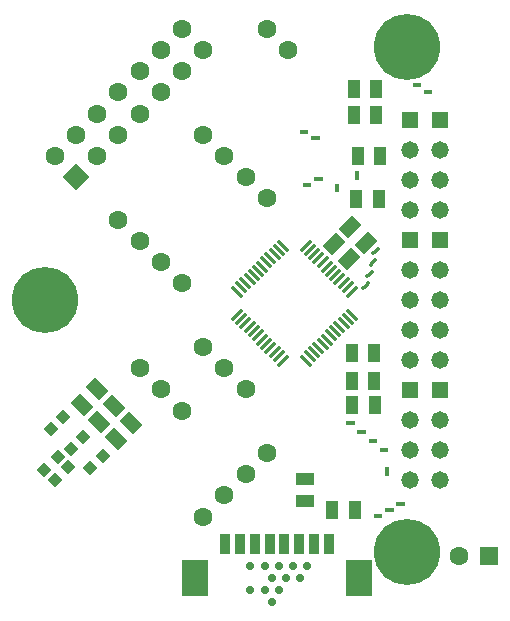
<source format=gts>
G04*
G04 #@! TF.GenerationSoftware,Altium Limited,Altium Designer,25.1.2 (22)*
G04*
G04 Layer_Color=8388736*
%FSLAX44Y44*%
%MOMM*%
G71*
G04*
G04 #@! TF.SameCoordinates,BCEF5572-1F7E-4207-9204-8C5AED3481CC*
G04*
G04*
G04 #@! TF.FilePolarity,Negative*
G04*
G01*
G75*
%ADD27R,0.5500X0.3500*%
G04:AMPARAMS|DCode=28|XSize=0.55mm|YSize=0.35mm|CornerRadius=0mm|HoleSize=0mm|Usage=FLASHONLY|Rotation=225.000|XOffset=0mm|YOffset=0mm|HoleType=Round|Shape=Rectangle|*
%AMROTATEDRECTD28*
4,1,4,0.0707,0.3182,0.3182,0.0707,-0.0707,-0.3182,-0.3182,-0.0707,0.0707,0.3182,0.0*
%
%ADD28ROTATEDRECTD28*%

%ADD29R,0.3500X0.5500*%
%ADD30R,1.1416X1.5716*%
G04:AMPARAMS|DCode=31|XSize=1.1416mm|YSize=1.5716mm|CornerRadius=0mm|HoleSize=0mm|Usage=FLASHONLY|Rotation=315.000|XOffset=0mm|YOffset=0mm|HoleType=Round|Shape=Rectangle|*
%AMROTATEDRECTD31*
4,1,4,-0.9593,-0.1520,0.1520,0.9593,0.9593,0.1520,-0.1520,-0.9593,-0.9593,-0.1520,0.0*
%
%ADD31ROTATEDRECTD31*%

%ADD32R,1.5716X1.1416*%
G04:AMPARAMS|DCode=33|XSize=0.3516mm|YSize=1.3516mm|CornerRadius=0mm|HoleSize=0mm|Usage=FLASHONLY|Rotation=315.000|XOffset=0mm|YOffset=0mm|HoleType=Round|Shape=Round|*
%AMOVALD33*
21,1,1.0000,0.3516,0.0000,0.0000,45.0*
1,1,0.3516,-0.3536,-0.3536*
1,1,0.3516,0.3536,0.3536*
%
%ADD33OVALD33*%

G04:AMPARAMS|DCode=34|XSize=0.3516mm|YSize=1.3516mm|CornerRadius=0mm|HoleSize=0mm|Usage=FLASHONLY|Rotation=225.000|XOffset=0mm|YOffset=0mm|HoleType=Round|Shape=Round|*
%AMOVALD34*
21,1,1.0000,0.3516,0.0000,0.0000,315.0*
1,1,0.3516,-0.3536,0.3536*
1,1,0.3516,0.3536,-0.3536*
%
%ADD34OVALD34*%

%ADD35R,2.2016X3.1016*%
%ADD36R,0.9016X1.7016*%
%ADD37P,1.2751X4X180.0*%
G04:AMPARAMS|DCode=38|XSize=1.1416mm|YSize=1.5716mm|CornerRadius=0mm|HoleSize=0mm|Usage=FLASHONLY|Rotation=225.000|XOffset=0mm|YOffset=0mm|HoleType=Round|Shape=Rectangle|*
%AMROTATEDRECTD38*
4,1,4,-0.1520,0.9593,0.9593,-0.1520,0.1520,-0.9593,-0.9593,0.1520,-0.1520,0.9593,0.0*
%
%ADD38ROTATEDRECTD38*%

%ADD39R,0.2500X0.3500*%
G04:AMPARAMS|DCode=40|XSize=0.25mm|YSize=0.35mm|CornerRadius=0mm|HoleSize=0mm|Usage=FLASHONLY|Rotation=225.000|XOffset=0mm|YOffset=0mm|HoleType=Round|Shape=Rectangle|*
%AMROTATEDRECTD40*
4,1,4,-0.0354,0.2121,0.2121,-0.0354,0.0354,-0.2121,-0.2121,0.0354,-0.0354,0.2121,0.0*
%
%ADD40ROTATEDRECTD40*%

%ADD41R,0.3500X0.2500*%
G04:AMPARAMS|DCode=42|XSize=0.9144mm|YSize=0.9016mm|CornerRadius=0mm|HoleSize=0mm|Usage=FLASHONLY|Rotation=315.000|XOffset=0mm|YOffset=0mm|HoleType=Round|Shape=Rectangle|*
%AMROTATEDRECTD42*
4,1,4,-0.6421,0.0045,-0.0045,0.6421,0.6421,-0.0045,0.0045,-0.6421,-0.6421,0.0045,0.0*
%
%ADD42ROTATEDRECTD42*%

%ADD43C,0.7016*%
%ADD44C,1.6016*%
%ADD45P,2.2650X4X90.0*%
%ADD46R,1.4716X1.4716*%
%ADD47C,1.4716*%
%ADD48C,5.6016*%
%ADD49R,1.6016X1.6016*%
D27*
X353409Y107025D02*
D03*
X343877Y102121D02*
D03*
X334232Y96834D02*
D03*
X271676Y422098D02*
D03*
X339289Y152526D02*
D03*
X329950Y159901D02*
D03*
X376525Y455471D02*
D03*
X367261Y461577D02*
D03*
X274248Y377198D02*
D03*
X283717Y382223D02*
D03*
X281471Y416839D02*
D03*
X320445Y167504D02*
D03*
X310889Y175170D02*
D03*
D28*
X329981Y311527D02*
D03*
X332169Y321009D02*
D03*
X323854Y291688D02*
D03*
X327136Y301826D02*
D03*
D29*
X299792Y374384D02*
D03*
X316683Y384999D02*
D03*
X342016Y134375D02*
D03*
D30*
X331384Y190414D02*
D03*
X312584D02*
D03*
X332443Y436243D02*
D03*
X313643D02*
D03*
X332516Y458489D02*
D03*
X313716D02*
D03*
X295696Y102034D02*
D03*
X314496D02*
D03*
X312435Y235132D02*
D03*
X331235D02*
D03*
X331085Y211133D02*
D03*
X312285D02*
D03*
X315964Y364904D02*
D03*
X334764D02*
D03*
X317316Y401737D02*
D03*
X336116D02*
D03*
D31*
X309911Y314059D02*
D03*
X296618Y327353D02*
D03*
X310403Y341073D02*
D03*
X323697Y327780D02*
D03*
D32*
X272419Y128242D02*
D03*
Y109441D02*
D03*
D33*
X312131Y286728D02*
D03*
X308595Y290263D02*
D03*
X305060Y293799D02*
D03*
X301524Y297334D02*
D03*
X297988Y300870D02*
D03*
X294453Y304405D02*
D03*
X290917Y307941D02*
D03*
X287382Y311476D02*
D03*
X283846Y315012D02*
D03*
X280311Y318547D02*
D03*
X276775Y322083D02*
D03*
X273240Y325618D02*
D03*
X214903Y267282D02*
D03*
X218439Y263746D02*
D03*
X221975Y260211D02*
D03*
X225510Y256675D02*
D03*
X229046Y253140D02*
D03*
X232581Y249604D02*
D03*
X236117Y246069D02*
D03*
X239652Y242533D02*
D03*
X243188Y238998D02*
D03*
X246723Y235462D02*
D03*
X250259Y231927D02*
D03*
X253794Y228391D02*
D03*
D34*
Y325618D02*
D03*
X250259Y322083D02*
D03*
X246723Y318547D02*
D03*
X243188Y315012D02*
D03*
X239652Y311476D02*
D03*
X236117Y307941D02*
D03*
X232581Y304405D02*
D03*
X229046Y300870D02*
D03*
X225510Y297334D02*
D03*
X221975Y293799D02*
D03*
X218439Y290263D02*
D03*
X214903Y286728D02*
D03*
X273240Y228391D02*
D03*
X276775Y231927D02*
D03*
X280311Y235462D02*
D03*
X283846Y238998D02*
D03*
X287382Y242533D02*
D03*
X290917Y246069D02*
D03*
X294453Y249604D02*
D03*
X297988Y253140D02*
D03*
X301524Y256675D02*
D03*
X305060Y260211D02*
D03*
X308595Y263746D02*
D03*
X312131Y267282D02*
D03*
D35*
X179555Y44308D02*
D03*
X317855D02*
D03*
D36*
X292555Y73308D02*
D03*
X280055D02*
D03*
X267555D02*
D03*
X255055D02*
D03*
X242555D02*
D03*
X230055D02*
D03*
X217555D02*
D03*
X205055D02*
D03*
D37*
X57235Y170307D02*
D03*
X67842Y180914D02*
D03*
X74273Y153161D02*
D03*
X84880Y163768D02*
D03*
X90413Y137001D02*
D03*
X101019Y147608D02*
D03*
D38*
X96699Y204366D02*
D03*
X83406Y191072D02*
D03*
X111035Y189923D02*
D03*
X97741Y176629D02*
D03*
X125487Y175498D02*
D03*
X112193Y162204D02*
D03*
D39*
X356159Y107025D02*
D03*
X350659D02*
D03*
X346627Y102121D02*
D03*
X341127D02*
D03*
X336982Y96834D02*
D03*
X331482D02*
D03*
X274426Y422098D02*
D03*
X268926D02*
D03*
X342039Y152526D02*
D03*
X336539D02*
D03*
X332700Y159901D02*
D03*
X327200D02*
D03*
X379274Y455471D02*
D03*
X373774D02*
D03*
X370011Y461577D02*
D03*
X364511D02*
D03*
X276998Y377198D02*
D03*
X271498D02*
D03*
X280967Y382223D02*
D03*
X286467D02*
D03*
X284221Y416839D02*
D03*
X278721D02*
D03*
X317695Y167504D02*
D03*
X323195D02*
D03*
X313639Y175170D02*
D03*
X308139D02*
D03*
D40*
X328036Y309583D02*
D03*
X331926Y313472D02*
D03*
X330225Y319065D02*
D03*
X334114Y322954D02*
D03*
X325799Y293632D02*
D03*
X321909Y289743D02*
D03*
X329081Y303771D02*
D03*
X325192Y299882D02*
D03*
D41*
X299792Y371633D02*
D03*
Y377134D02*
D03*
X316683Y382249D02*
D03*
Y387749D02*
D03*
X342016Y131625D02*
D03*
Y137125D02*
D03*
D42*
X63163Y147100D02*
D03*
X51849Y135786D02*
D03*
X60368Y127267D02*
D03*
X71682Y138581D02*
D03*
D43*
X262145Y54405D02*
D03*
X274145D02*
D03*
X256145Y44405D02*
D03*
X244145D02*
D03*
X250145Y54405D02*
D03*
X238145D02*
D03*
X226145D02*
D03*
X268145Y44405D02*
D03*
X226145Y33905D02*
D03*
X244145Y23905D02*
D03*
X250145Y33905D02*
D03*
X238145D02*
D03*
D44*
X258137Y491394D02*
D03*
X240177Y509354D02*
D03*
X60571Y401591D02*
D03*
X96493D02*
D03*
X78532Y419552D02*
D03*
X114453D02*
D03*
X96493Y437512D02*
D03*
X132414D02*
D03*
X114453Y455473D02*
D03*
X150374D02*
D03*
X132414Y473433D02*
D03*
X168335D02*
D03*
X150374Y491394D02*
D03*
X186295D02*
D03*
X168335Y509354D02*
D03*
X240177Y365670D02*
D03*
X222216Y383630D02*
D03*
X204256Y401591D02*
D03*
X186295Y419552D02*
D03*
X114453Y347710D02*
D03*
X132414Y329749D02*
D03*
X150374Y311789D02*
D03*
X168335Y293828D02*
D03*
X222216Y204025D02*
D03*
X204256Y221986D02*
D03*
X186295Y239946D02*
D03*
X168335Y186065D02*
D03*
X150374Y204025D02*
D03*
X132414Y221986D02*
D03*
X240177Y150144D02*
D03*
X222216Y132183D02*
D03*
X204256Y114223D02*
D03*
X186295Y96262D02*
D03*
X402798Y62779D02*
D03*
D45*
X78532Y383630D02*
D03*
D46*
X386470Y203800D02*
D03*
X361070D02*
D03*
Y432400D02*
D03*
X386470D02*
D03*
Y330800D02*
D03*
X361065D02*
D03*
D47*
X386470Y178400D02*
D03*
Y153000D02*
D03*
Y127600D02*
D03*
X361070Y178400D02*
D03*
Y153000D02*
D03*
Y127600D02*
D03*
Y407000D02*
D03*
Y381600D02*
D03*
Y356200D02*
D03*
X386470Y407000D02*
D03*
Y381600D02*
D03*
Y356200D02*
D03*
Y229200D02*
D03*
Y254600D02*
D03*
Y280000D02*
D03*
Y305400D02*
D03*
X361070Y229200D02*
D03*
Y254600D02*
D03*
Y280000D02*
D03*
Y305400D02*
D03*
D48*
X358374Y493574D02*
D03*
X358370Y66426D02*
D03*
X52500Y280000D02*
D03*
D49*
X428198Y62779D02*
D03*
M02*

</source>
